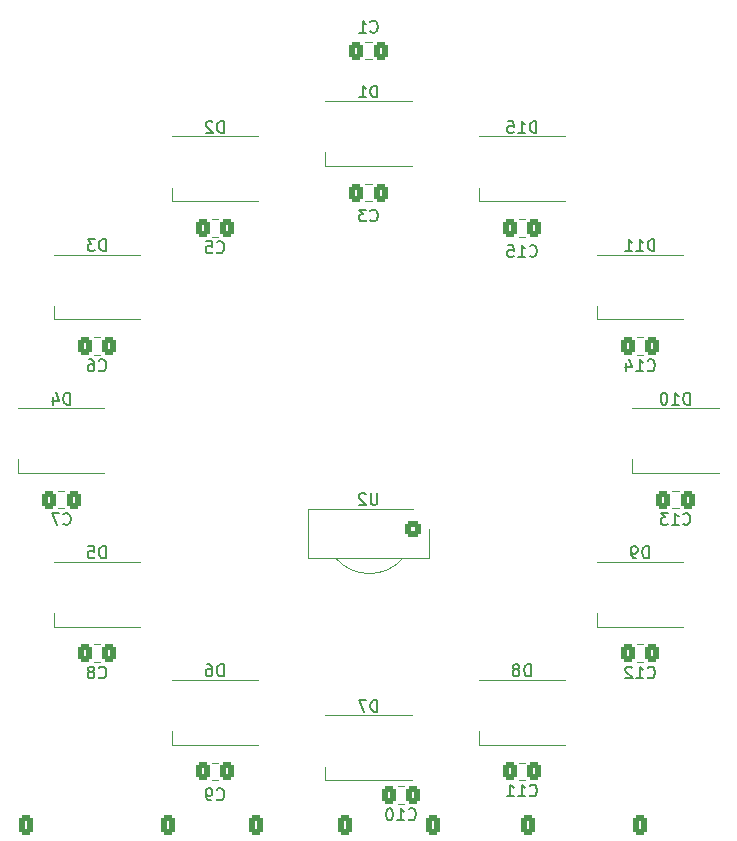
<source format=gbo>
G04 #@! TF.GenerationSoftware,KiCad,Pcbnew,(6.0.5)*
G04 #@! TF.CreationDate,2022-09-29T16:52:04+02:00*
G04 #@! TF.ProjectId,target,74617267-6574-42e6-9b69-6361645f7063,rev?*
G04 #@! TF.SameCoordinates,Original*
G04 #@! TF.FileFunction,Legend,Bot*
G04 #@! TF.FilePolarity,Positive*
%FSLAX46Y46*%
G04 Gerber Fmt 4.6, Leading zero omitted, Abs format (unit mm)*
G04 Created by KiCad (PCBNEW (6.0.5)) date 2022-09-29 16:52:04*
%MOMM*%
%LPD*%
G01*
G04 APERTURE LIST*
G04 Aperture macros list*
%AMRoundRect*
0 Rectangle with rounded corners*
0 $1 Rounding radius*
0 $2 $3 $4 $5 $6 $7 $8 $9 X,Y pos of 4 corners*
0 Add a 4 corners polygon primitive as box body*
4,1,4,$2,$3,$4,$5,$6,$7,$8,$9,$2,$3,0*
0 Add four circle primitives for the rounded corners*
1,1,$1+$1,$2,$3*
1,1,$1+$1,$4,$5*
1,1,$1+$1,$6,$7*
1,1,$1+$1,$8,$9*
0 Add four rect primitives between the rounded corners*
20,1,$1+$1,$2,$3,$4,$5,0*
20,1,$1+$1,$4,$5,$6,$7,0*
20,1,$1+$1,$6,$7,$8,$9,0*
20,1,$1+$1,$8,$9,$2,$3,0*%
G04 Aperture macros list end*
%ADD10C,0.150000*%
%ADD11C,0.120000*%
%ADD12C,6.000000*%
%ADD13RoundRect,0.250000X-0.350000X-0.625000X0.350000X-0.625000X0.350000X0.625000X-0.350000X0.625000X0*%
%ADD14O,1.200000X1.750000*%
%ADD15O,0.950000X1.250000*%
%ADD16O,1.550000X0.890000*%
%ADD17R,1.700000X1.700000*%
%ADD18O,1.700000X1.700000*%
%ADD19RoundRect,0.250000X-0.337500X-0.475000X0.337500X-0.475000X0.337500X0.475000X-0.337500X0.475000X0*%
%ADD20R,1.500000X1.000000*%
%ADD21RoundRect,0.249200X0.450800X0.450800X-0.450800X0.450800X-0.450800X-0.450800X0.450800X-0.450800X0*%
%ADD22C,1.400000*%
G04 APERTURE END LIST*
D10*
X199166666Y-110037142D02*
X199214285Y-110084761D01*
X199357142Y-110132380D01*
X199452380Y-110132380D01*
X199595238Y-110084761D01*
X199690476Y-109989523D01*
X199738095Y-109894285D01*
X199785714Y-109703809D01*
X199785714Y-109560952D01*
X199738095Y-109370476D01*
X199690476Y-109275238D01*
X199595238Y-109180000D01*
X199452380Y-109132380D01*
X199357142Y-109132380D01*
X199214285Y-109180000D01*
X199166666Y-109227619D01*
X198595238Y-109560952D02*
X198690476Y-109513333D01*
X198738095Y-109465714D01*
X198785714Y-109370476D01*
X198785714Y-109322857D01*
X198738095Y-109227619D01*
X198690476Y-109180000D01*
X198595238Y-109132380D01*
X198404761Y-109132380D01*
X198309523Y-109180000D01*
X198261904Y-109227619D01*
X198214285Y-109322857D01*
X198214285Y-109370476D01*
X198261904Y-109465714D01*
X198309523Y-109513333D01*
X198404761Y-109560952D01*
X198595238Y-109560952D01*
X198690476Y-109608571D01*
X198738095Y-109656190D01*
X198785714Y-109751428D01*
X198785714Y-109941904D01*
X198738095Y-110037142D01*
X198690476Y-110084761D01*
X198595238Y-110132380D01*
X198404761Y-110132380D01*
X198309523Y-110084761D01*
X198261904Y-110037142D01*
X198214285Y-109941904D01*
X198214285Y-109751428D01*
X198261904Y-109656190D01*
X198309523Y-109608571D01*
X198404761Y-109560952D01*
X196738095Y-86952380D02*
X196738095Y-85952380D01*
X196500000Y-85952380D01*
X196357142Y-86000000D01*
X196261904Y-86095238D01*
X196214285Y-86190476D01*
X196166666Y-86380952D01*
X196166666Y-86523809D01*
X196214285Y-86714285D01*
X196261904Y-86809523D01*
X196357142Y-86904761D01*
X196500000Y-86952380D01*
X196738095Y-86952380D01*
X195309523Y-86285714D02*
X195309523Y-86952380D01*
X195547619Y-85904761D02*
X195785714Y-86619047D01*
X195166666Y-86619047D01*
X209166666Y-120357142D02*
X209214285Y-120404761D01*
X209357142Y-120452380D01*
X209452380Y-120452380D01*
X209595238Y-120404761D01*
X209690476Y-120309523D01*
X209738095Y-120214285D01*
X209785714Y-120023809D01*
X209785714Y-119880952D01*
X209738095Y-119690476D01*
X209690476Y-119595238D01*
X209595238Y-119500000D01*
X209452380Y-119452380D01*
X209357142Y-119452380D01*
X209214285Y-119500000D01*
X209166666Y-119547619D01*
X208690476Y-120452380D02*
X208500000Y-120452380D01*
X208404761Y-120404761D01*
X208357142Y-120357142D01*
X208261904Y-120214285D01*
X208214285Y-120023809D01*
X208214285Y-119642857D01*
X208261904Y-119547619D01*
X208309523Y-119500000D01*
X208404761Y-119452380D01*
X208595238Y-119452380D01*
X208690476Y-119500000D01*
X208738095Y-119547619D01*
X208785714Y-119642857D01*
X208785714Y-119880952D01*
X208738095Y-119976190D01*
X208690476Y-120023809D01*
X208595238Y-120071428D01*
X208404761Y-120071428D01*
X208309523Y-120023809D01*
X208261904Y-119976190D01*
X208214285Y-119880952D01*
X245642857Y-84037142D02*
X245690476Y-84084761D01*
X245833333Y-84132380D01*
X245928571Y-84132380D01*
X246071428Y-84084761D01*
X246166666Y-83989523D01*
X246214285Y-83894285D01*
X246261904Y-83703809D01*
X246261904Y-83560952D01*
X246214285Y-83370476D01*
X246166666Y-83275238D01*
X246071428Y-83180000D01*
X245928571Y-83132380D01*
X245833333Y-83132380D01*
X245690476Y-83180000D01*
X245642857Y-83227619D01*
X244690476Y-84132380D02*
X245261904Y-84132380D01*
X244976190Y-84132380D02*
X244976190Y-83132380D01*
X245071428Y-83275238D01*
X245166666Y-83370476D01*
X245261904Y-83418095D01*
X243833333Y-83465714D02*
X243833333Y-84132380D01*
X244071428Y-83084761D02*
X244309523Y-83799047D01*
X243690476Y-83799047D01*
X222738095Y-60952380D02*
X222738095Y-59952380D01*
X222500000Y-59952380D01*
X222357142Y-60000000D01*
X222261904Y-60095238D01*
X222214285Y-60190476D01*
X222166666Y-60380952D01*
X222166666Y-60523809D01*
X222214285Y-60714285D01*
X222261904Y-60809523D01*
X222357142Y-60904761D01*
X222500000Y-60952380D01*
X222738095Y-60952380D01*
X221214285Y-60952380D02*
X221785714Y-60952380D01*
X221500000Y-60952380D02*
X221500000Y-59952380D01*
X221595238Y-60095238D01*
X221690476Y-60190476D01*
X221785714Y-60238095D01*
X222166666Y-55357142D02*
X222214285Y-55404761D01*
X222357142Y-55452380D01*
X222452380Y-55452380D01*
X222595238Y-55404761D01*
X222690476Y-55309523D01*
X222738095Y-55214285D01*
X222785714Y-55023809D01*
X222785714Y-54880952D01*
X222738095Y-54690476D01*
X222690476Y-54595238D01*
X222595238Y-54500000D01*
X222452380Y-54452380D01*
X222357142Y-54452380D01*
X222214285Y-54500000D01*
X222166666Y-54547619D01*
X221214285Y-55452380D02*
X221785714Y-55452380D01*
X221500000Y-55452380D02*
X221500000Y-54452380D01*
X221595238Y-54595238D01*
X221690476Y-54690476D01*
X221785714Y-54738095D01*
X199738095Y-73952380D02*
X199738095Y-72952380D01*
X199500000Y-72952380D01*
X199357142Y-73000000D01*
X199261904Y-73095238D01*
X199214285Y-73190476D01*
X199166666Y-73380952D01*
X199166666Y-73523809D01*
X199214285Y-73714285D01*
X199261904Y-73809523D01*
X199357142Y-73904761D01*
X199500000Y-73952380D01*
X199738095Y-73952380D01*
X198833333Y-72952380D02*
X198214285Y-72952380D01*
X198547619Y-73333333D01*
X198404761Y-73333333D01*
X198309523Y-73380952D01*
X198261904Y-73428571D01*
X198214285Y-73523809D01*
X198214285Y-73761904D01*
X198261904Y-73857142D01*
X198309523Y-73904761D01*
X198404761Y-73952380D01*
X198690476Y-73952380D01*
X198785714Y-73904761D01*
X198833333Y-73857142D01*
X245738095Y-99952380D02*
X245738095Y-98952380D01*
X245500000Y-98952380D01*
X245357142Y-99000000D01*
X245261904Y-99095238D01*
X245214285Y-99190476D01*
X245166666Y-99380952D01*
X245166666Y-99523809D01*
X245214285Y-99714285D01*
X245261904Y-99809523D01*
X245357142Y-99904761D01*
X245500000Y-99952380D01*
X245738095Y-99952380D01*
X244690476Y-99952380D02*
X244500000Y-99952380D01*
X244404761Y-99904761D01*
X244357142Y-99857142D01*
X244261904Y-99714285D01*
X244214285Y-99523809D01*
X244214285Y-99142857D01*
X244261904Y-99047619D01*
X244309523Y-99000000D01*
X244404761Y-98952380D01*
X244595238Y-98952380D01*
X244690476Y-99000000D01*
X244738095Y-99047619D01*
X244785714Y-99142857D01*
X244785714Y-99380952D01*
X244738095Y-99476190D01*
X244690476Y-99523809D01*
X244595238Y-99571428D01*
X244404761Y-99571428D01*
X244309523Y-99523809D01*
X244261904Y-99476190D01*
X244214285Y-99380952D01*
X225392857Y-122037142D02*
X225440476Y-122084761D01*
X225583333Y-122132380D01*
X225678571Y-122132380D01*
X225821428Y-122084761D01*
X225916666Y-121989523D01*
X225964285Y-121894285D01*
X226011904Y-121703809D01*
X226011904Y-121560952D01*
X225964285Y-121370476D01*
X225916666Y-121275238D01*
X225821428Y-121180000D01*
X225678571Y-121132380D01*
X225583333Y-121132380D01*
X225440476Y-121180000D01*
X225392857Y-121227619D01*
X224440476Y-122132380D02*
X225011904Y-122132380D01*
X224726190Y-122132380D02*
X224726190Y-121132380D01*
X224821428Y-121275238D01*
X224916666Y-121370476D01*
X225011904Y-121418095D01*
X223821428Y-121132380D02*
X223726190Y-121132380D01*
X223630952Y-121180000D01*
X223583333Y-121227619D01*
X223535714Y-121322857D01*
X223488095Y-121513333D01*
X223488095Y-121751428D01*
X223535714Y-121941904D01*
X223583333Y-122037142D01*
X223630952Y-122084761D01*
X223726190Y-122132380D01*
X223821428Y-122132380D01*
X223916666Y-122084761D01*
X223964285Y-122037142D01*
X224011904Y-121941904D01*
X224059523Y-121751428D01*
X224059523Y-121513333D01*
X224011904Y-121322857D01*
X223964285Y-121227619D01*
X223916666Y-121180000D01*
X223821428Y-121132380D01*
X249214285Y-86952380D02*
X249214285Y-85952380D01*
X248976190Y-85952380D01*
X248833333Y-86000000D01*
X248738095Y-86095238D01*
X248690476Y-86190476D01*
X248642857Y-86380952D01*
X248642857Y-86523809D01*
X248690476Y-86714285D01*
X248738095Y-86809523D01*
X248833333Y-86904761D01*
X248976190Y-86952380D01*
X249214285Y-86952380D01*
X247690476Y-86952380D02*
X248261904Y-86952380D01*
X247976190Y-86952380D02*
X247976190Y-85952380D01*
X248071428Y-86095238D01*
X248166666Y-86190476D01*
X248261904Y-86238095D01*
X247071428Y-85952380D02*
X246976190Y-85952380D01*
X246880952Y-86000000D01*
X246833333Y-86047619D01*
X246785714Y-86142857D01*
X246738095Y-86333333D01*
X246738095Y-86571428D01*
X246785714Y-86761904D01*
X246833333Y-86857142D01*
X246880952Y-86904761D01*
X246976190Y-86952380D01*
X247071428Y-86952380D01*
X247166666Y-86904761D01*
X247214285Y-86857142D01*
X247261904Y-86761904D01*
X247309523Y-86571428D01*
X247309523Y-86333333D01*
X247261904Y-86142857D01*
X247214285Y-86047619D01*
X247166666Y-86000000D01*
X247071428Y-85952380D01*
X235738095Y-109952380D02*
X235738095Y-108952380D01*
X235500000Y-108952380D01*
X235357142Y-109000000D01*
X235261904Y-109095238D01*
X235214285Y-109190476D01*
X235166666Y-109380952D01*
X235166666Y-109523809D01*
X235214285Y-109714285D01*
X235261904Y-109809523D01*
X235357142Y-109904761D01*
X235500000Y-109952380D01*
X235738095Y-109952380D01*
X234595238Y-109380952D02*
X234690476Y-109333333D01*
X234738095Y-109285714D01*
X234785714Y-109190476D01*
X234785714Y-109142857D01*
X234738095Y-109047619D01*
X234690476Y-109000000D01*
X234595238Y-108952380D01*
X234404761Y-108952380D01*
X234309523Y-109000000D01*
X234261904Y-109047619D01*
X234214285Y-109142857D01*
X234214285Y-109190476D01*
X234261904Y-109285714D01*
X234309523Y-109333333D01*
X234404761Y-109380952D01*
X234595238Y-109380952D01*
X234690476Y-109428571D01*
X234738095Y-109476190D01*
X234785714Y-109571428D01*
X234785714Y-109761904D01*
X234738095Y-109857142D01*
X234690476Y-109904761D01*
X234595238Y-109952380D01*
X234404761Y-109952380D01*
X234309523Y-109904761D01*
X234261904Y-109857142D01*
X234214285Y-109761904D01*
X234214285Y-109571428D01*
X234261904Y-109476190D01*
X234309523Y-109428571D01*
X234404761Y-109380952D01*
X209738095Y-109952380D02*
X209738095Y-108952380D01*
X209500000Y-108952380D01*
X209357142Y-109000000D01*
X209261904Y-109095238D01*
X209214285Y-109190476D01*
X209166666Y-109380952D01*
X209166666Y-109523809D01*
X209214285Y-109714285D01*
X209261904Y-109809523D01*
X209357142Y-109904761D01*
X209500000Y-109952380D01*
X209738095Y-109952380D01*
X208309523Y-108952380D02*
X208500000Y-108952380D01*
X208595238Y-109000000D01*
X208642857Y-109047619D01*
X208738095Y-109190476D01*
X208785714Y-109380952D01*
X208785714Y-109761904D01*
X208738095Y-109857142D01*
X208690476Y-109904761D01*
X208595238Y-109952380D01*
X208404761Y-109952380D01*
X208309523Y-109904761D01*
X208261904Y-109857142D01*
X208214285Y-109761904D01*
X208214285Y-109523809D01*
X208261904Y-109428571D01*
X208309523Y-109380952D01*
X208404761Y-109333333D01*
X208595238Y-109333333D01*
X208690476Y-109380952D01*
X208738095Y-109428571D01*
X208785714Y-109523809D01*
X209166666Y-74037142D02*
X209214285Y-74084761D01*
X209357142Y-74132380D01*
X209452380Y-74132380D01*
X209595238Y-74084761D01*
X209690476Y-73989523D01*
X209738095Y-73894285D01*
X209785714Y-73703809D01*
X209785714Y-73560952D01*
X209738095Y-73370476D01*
X209690476Y-73275238D01*
X209595238Y-73180000D01*
X209452380Y-73132380D01*
X209357142Y-73132380D01*
X209214285Y-73180000D01*
X209166666Y-73227619D01*
X208261904Y-73132380D02*
X208738095Y-73132380D01*
X208785714Y-73608571D01*
X208738095Y-73560952D01*
X208642857Y-73513333D01*
X208404761Y-73513333D01*
X208309523Y-73560952D01*
X208261904Y-73608571D01*
X208214285Y-73703809D01*
X208214285Y-73941904D01*
X208261904Y-74037142D01*
X208309523Y-74084761D01*
X208404761Y-74132380D01*
X208642857Y-74132380D01*
X208738095Y-74084761D01*
X208785714Y-74037142D01*
X222761904Y-94437380D02*
X222761904Y-95246904D01*
X222714285Y-95342142D01*
X222666666Y-95389761D01*
X222571428Y-95437380D01*
X222380952Y-95437380D01*
X222285714Y-95389761D01*
X222238095Y-95342142D01*
X222190476Y-95246904D01*
X222190476Y-94437380D01*
X221761904Y-94532619D02*
X221714285Y-94485000D01*
X221619047Y-94437380D01*
X221380952Y-94437380D01*
X221285714Y-94485000D01*
X221238095Y-94532619D01*
X221190476Y-94627857D01*
X221190476Y-94723095D01*
X221238095Y-94865952D01*
X221809523Y-95437380D01*
X221190476Y-95437380D01*
X235642857Y-74357142D02*
X235690476Y-74404761D01*
X235833333Y-74452380D01*
X235928571Y-74452380D01*
X236071428Y-74404761D01*
X236166666Y-74309523D01*
X236214285Y-74214285D01*
X236261904Y-74023809D01*
X236261904Y-73880952D01*
X236214285Y-73690476D01*
X236166666Y-73595238D01*
X236071428Y-73500000D01*
X235928571Y-73452380D01*
X235833333Y-73452380D01*
X235690476Y-73500000D01*
X235642857Y-73547619D01*
X234690476Y-74452380D02*
X235261904Y-74452380D01*
X234976190Y-74452380D02*
X234976190Y-73452380D01*
X235071428Y-73595238D01*
X235166666Y-73690476D01*
X235261904Y-73738095D01*
X233785714Y-73452380D02*
X234261904Y-73452380D01*
X234309523Y-73928571D01*
X234261904Y-73880952D01*
X234166666Y-73833333D01*
X233928571Y-73833333D01*
X233833333Y-73880952D01*
X233785714Y-73928571D01*
X233738095Y-74023809D01*
X233738095Y-74261904D01*
X233785714Y-74357142D01*
X233833333Y-74404761D01*
X233928571Y-74452380D01*
X234166666Y-74452380D01*
X234261904Y-74404761D01*
X234309523Y-74357142D01*
X199166666Y-84037142D02*
X199214285Y-84084761D01*
X199357142Y-84132380D01*
X199452380Y-84132380D01*
X199595238Y-84084761D01*
X199690476Y-83989523D01*
X199738095Y-83894285D01*
X199785714Y-83703809D01*
X199785714Y-83560952D01*
X199738095Y-83370476D01*
X199690476Y-83275238D01*
X199595238Y-83180000D01*
X199452380Y-83132380D01*
X199357142Y-83132380D01*
X199214285Y-83180000D01*
X199166666Y-83227619D01*
X198309523Y-83132380D02*
X198500000Y-83132380D01*
X198595238Y-83180000D01*
X198642857Y-83227619D01*
X198738095Y-83370476D01*
X198785714Y-83560952D01*
X198785714Y-83941904D01*
X198738095Y-84037142D01*
X198690476Y-84084761D01*
X198595238Y-84132380D01*
X198404761Y-84132380D01*
X198309523Y-84084761D01*
X198261904Y-84037142D01*
X198214285Y-83941904D01*
X198214285Y-83703809D01*
X198261904Y-83608571D01*
X198309523Y-83560952D01*
X198404761Y-83513333D01*
X198595238Y-83513333D01*
X198690476Y-83560952D01*
X198738095Y-83608571D01*
X198785714Y-83703809D01*
X196166666Y-97037142D02*
X196214285Y-97084761D01*
X196357142Y-97132380D01*
X196452380Y-97132380D01*
X196595238Y-97084761D01*
X196690476Y-96989523D01*
X196738095Y-96894285D01*
X196785714Y-96703809D01*
X196785714Y-96560952D01*
X196738095Y-96370476D01*
X196690476Y-96275238D01*
X196595238Y-96180000D01*
X196452380Y-96132380D01*
X196357142Y-96132380D01*
X196214285Y-96180000D01*
X196166666Y-96227619D01*
X195833333Y-96132380D02*
X195166666Y-96132380D01*
X195595238Y-97132380D01*
X235642857Y-120037142D02*
X235690476Y-120084761D01*
X235833333Y-120132380D01*
X235928571Y-120132380D01*
X236071428Y-120084761D01*
X236166666Y-119989523D01*
X236214285Y-119894285D01*
X236261904Y-119703809D01*
X236261904Y-119560952D01*
X236214285Y-119370476D01*
X236166666Y-119275238D01*
X236071428Y-119180000D01*
X235928571Y-119132380D01*
X235833333Y-119132380D01*
X235690476Y-119180000D01*
X235642857Y-119227619D01*
X234690476Y-120132380D02*
X235261904Y-120132380D01*
X234976190Y-120132380D02*
X234976190Y-119132380D01*
X235071428Y-119275238D01*
X235166666Y-119370476D01*
X235261904Y-119418095D01*
X233738095Y-120132380D02*
X234309523Y-120132380D01*
X234023809Y-120132380D02*
X234023809Y-119132380D01*
X234119047Y-119275238D01*
X234214285Y-119370476D01*
X234309523Y-119418095D01*
X248642857Y-97037142D02*
X248690476Y-97084761D01*
X248833333Y-97132380D01*
X248928571Y-97132380D01*
X249071428Y-97084761D01*
X249166666Y-96989523D01*
X249214285Y-96894285D01*
X249261904Y-96703809D01*
X249261904Y-96560952D01*
X249214285Y-96370476D01*
X249166666Y-96275238D01*
X249071428Y-96180000D01*
X248928571Y-96132380D01*
X248833333Y-96132380D01*
X248690476Y-96180000D01*
X248642857Y-96227619D01*
X247690476Y-97132380D02*
X248261904Y-97132380D01*
X247976190Y-97132380D02*
X247976190Y-96132380D01*
X248071428Y-96275238D01*
X248166666Y-96370476D01*
X248261904Y-96418095D01*
X247357142Y-96132380D02*
X246738095Y-96132380D01*
X247071428Y-96513333D01*
X246928571Y-96513333D01*
X246833333Y-96560952D01*
X246785714Y-96608571D01*
X246738095Y-96703809D01*
X246738095Y-96941904D01*
X246785714Y-97037142D01*
X246833333Y-97084761D01*
X246928571Y-97132380D01*
X247214285Y-97132380D01*
X247309523Y-97084761D01*
X247357142Y-97037142D01*
X209738095Y-63952380D02*
X209738095Y-62952380D01*
X209500000Y-62952380D01*
X209357142Y-63000000D01*
X209261904Y-63095238D01*
X209214285Y-63190476D01*
X209166666Y-63380952D01*
X209166666Y-63523809D01*
X209214285Y-63714285D01*
X209261904Y-63809523D01*
X209357142Y-63904761D01*
X209500000Y-63952380D01*
X209738095Y-63952380D01*
X208785714Y-63047619D02*
X208738095Y-63000000D01*
X208642857Y-62952380D01*
X208404761Y-62952380D01*
X208309523Y-63000000D01*
X208261904Y-63047619D01*
X208214285Y-63142857D01*
X208214285Y-63238095D01*
X208261904Y-63380952D01*
X208833333Y-63952380D01*
X208214285Y-63952380D01*
X246214285Y-73952380D02*
X246214285Y-72952380D01*
X245976190Y-72952380D01*
X245833333Y-73000000D01*
X245738095Y-73095238D01*
X245690476Y-73190476D01*
X245642857Y-73380952D01*
X245642857Y-73523809D01*
X245690476Y-73714285D01*
X245738095Y-73809523D01*
X245833333Y-73904761D01*
X245976190Y-73952380D01*
X246214285Y-73952380D01*
X244690476Y-73952380D02*
X245261904Y-73952380D01*
X244976190Y-73952380D02*
X244976190Y-72952380D01*
X245071428Y-73095238D01*
X245166666Y-73190476D01*
X245261904Y-73238095D01*
X243738095Y-73952380D02*
X244309523Y-73952380D01*
X244023809Y-73952380D02*
X244023809Y-72952380D01*
X244119047Y-73095238D01*
X244214285Y-73190476D01*
X244309523Y-73238095D01*
X222738095Y-112952380D02*
X222738095Y-111952380D01*
X222500000Y-111952380D01*
X222357142Y-112000000D01*
X222261904Y-112095238D01*
X222214285Y-112190476D01*
X222166666Y-112380952D01*
X222166666Y-112523809D01*
X222214285Y-112714285D01*
X222261904Y-112809523D01*
X222357142Y-112904761D01*
X222500000Y-112952380D01*
X222738095Y-112952380D01*
X221833333Y-111952380D02*
X221166666Y-111952380D01*
X221595238Y-112952380D01*
X222166666Y-71357142D02*
X222214285Y-71404761D01*
X222357142Y-71452380D01*
X222452380Y-71452380D01*
X222595238Y-71404761D01*
X222690476Y-71309523D01*
X222738095Y-71214285D01*
X222785714Y-71023809D01*
X222785714Y-70880952D01*
X222738095Y-70690476D01*
X222690476Y-70595238D01*
X222595238Y-70500000D01*
X222452380Y-70452380D01*
X222357142Y-70452380D01*
X222214285Y-70500000D01*
X222166666Y-70547619D01*
X221833333Y-70452380D02*
X221214285Y-70452380D01*
X221547619Y-70833333D01*
X221404761Y-70833333D01*
X221309523Y-70880952D01*
X221261904Y-70928571D01*
X221214285Y-71023809D01*
X221214285Y-71261904D01*
X221261904Y-71357142D01*
X221309523Y-71404761D01*
X221404761Y-71452380D01*
X221690476Y-71452380D01*
X221785714Y-71404761D01*
X221833333Y-71357142D01*
X245642857Y-110037142D02*
X245690476Y-110084761D01*
X245833333Y-110132380D01*
X245928571Y-110132380D01*
X246071428Y-110084761D01*
X246166666Y-109989523D01*
X246214285Y-109894285D01*
X246261904Y-109703809D01*
X246261904Y-109560952D01*
X246214285Y-109370476D01*
X246166666Y-109275238D01*
X246071428Y-109180000D01*
X245928571Y-109132380D01*
X245833333Y-109132380D01*
X245690476Y-109180000D01*
X245642857Y-109227619D01*
X244690476Y-110132380D02*
X245261904Y-110132380D01*
X244976190Y-110132380D02*
X244976190Y-109132380D01*
X245071428Y-109275238D01*
X245166666Y-109370476D01*
X245261904Y-109418095D01*
X244309523Y-109227619D02*
X244261904Y-109180000D01*
X244166666Y-109132380D01*
X243928571Y-109132380D01*
X243833333Y-109180000D01*
X243785714Y-109227619D01*
X243738095Y-109322857D01*
X243738095Y-109418095D01*
X243785714Y-109560952D01*
X244357142Y-110132380D01*
X243738095Y-110132380D01*
X199738095Y-99952380D02*
X199738095Y-98952380D01*
X199500000Y-98952380D01*
X199357142Y-99000000D01*
X199261904Y-99095238D01*
X199214285Y-99190476D01*
X199166666Y-99380952D01*
X199166666Y-99523809D01*
X199214285Y-99714285D01*
X199261904Y-99809523D01*
X199357142Y-99904761D01*
X199500000Y-99952380D01*
X199738095Y-99952380D01*
X198261904Y-98952380D02*
X198738095Y-98952380D01*
X198785714Y-99428571D01*
X198738095Y-99380952D01*
X198642857Y-99333333D01*
X198404761Y-99333333D01*
X198309523Y-99380952D01*
X198261904Y-99428571D01*
X198214285Y-99523809D01*
X198214285Y-99761904D01*
X198261904Y-99857142D01*
X198309523Y-99904761D01*
X198404761Y-99952380D01*
X198642857Y-99952380D01*
X198738095Y-99904761D01*
X198785714Y-99857142D01*
X236214285Y-63952380D02*
X236214285Y-62952380D01*
X235976190Y-62952380D01*
X235833333Y-63000000D01*
X235738095Y-63095238D01*
X235690476Y-63190476D01*
X235642857Y-63380952D01*
X235642857Y-63523809D01*
X235690476Y-63714285D01*
X235738095Y-63809523D01*
X235833333Y-63904761D01*
X235976190Y-63952380D01*
X236214285Y-63952380D01*
X234690476Y-63952380D02*
X235261904Y-63952380D01*
X234976190Y-63952380D02*
X234976190Y-62952380D01*
X235071428Y-63095238D01*
X235166666Y-63190476D01*
X235261904Y-63238095D01*
X233785714Y-62952380D02*
X234261904Y-62952380D01*
X234309523Y-63428571D01*
X234261904Y-63380952D01*
X234166666Y-63333333D01*
X233928571Y-63333333D01*
X233833333Y-63380952D01*
X233785714Y-63428571D01*
X233738095Y-63523809D01*
X233738095Y-63761904D01*
X233785714Y-63857142D01*
X233833333Y-63904761D01*
X233928571Y-63952380D01*
X234166666Y-63952380D01*
X234261904Y-63904761D01*
X234309523Y-63857142D01*
D11*
X198738748Y-108735000D02*
X199261252Y-108735000D01*
X198738748Y-107265000D02*
X199261252Y-107265000D01*
X199650000Y-87250000D02*
X192350000Y-87250000D01*
X199650000Y-92750000D02*
X192350000Y-92750000D01*
X192350000Y-92750000D02*
X192350000Y-91600000D01*
X208738748Y-117265000D02*
X209261252Y-117265000D01*
X208738748Y-118735000D02*
X209261252Y-118735000D01*
X244738748Y-82735000D02*
X245261252Y-82735000D01*
X244738748Y-81265000D02*
X245261252Y-81265000D01*
X218350000Y-66750000D02*
X218350000Y-65600000D01*
X225650000Y-66750000D02*
X218350000Y-66750000D01*
X225650000Y-61250000D02*
X218350000Y-61250000D01*
X221738748Y-56265000D02*
X222261252Y-56265000D01*
X221738748Y-57735000D02*
X222261252Y-57735000D01*
X202650000Y-79750000D02*
X195350000Y-79750000D01*
X195350000Y-79750000D02*
X195350000Y-78600000D01*
X202650000Y-74250000D02*
X195350000Y-74250000D01*
X248650000Y-100250000D02*
X241350000Y-100250000D01*
X241350000Y-105750000D02*
X241350000Y-104600000D01*
X248650000Y-105750000D02*
X241350000Y-105750000D01*
X224488748Y-119265000D02*
X225011252Y-119265000D01*
X224488748Y-120735000D02*
X225011252Y-120735000D01*
X244350000Y-92750000D02*
X244350000Y-91600000D01*
X251650000Y-92750000D02*
X244350000Y-92750000D01*
X251650000Y-87250000D02*
X244350000Y-87250000D01*
X238650000Y-115750000D02*
X231350000Y-115750000D01*
X231350000Y-115750000D02*
X231350000Y-114600000D01*
X238650000Y-110250000D02*
X231350000Y-110250000D01*
X205350000Y-115750000D02*
X205350000Y-114600000D01*
X212650000Y-110250000D02*
X205350000Y-110250000D01*
X212650000Y-115750000D02*
X205350000Y-115750000D01*
X208738748Y-72735000D02*
X209261252Y-72735000D01*
X208738748Y-71265000D02*
X209261252Y-71265000D01*
X227100000Y-97485000D02*
X227100000Y-99985000D01*
X216900000Y-95785000D02*
X225800000Y-95785000D01*
X219300000Y-99985000D02*
X216900000Y-99985000D01*
X224900000Y-99985000D02*
X219200000Y-99985000D01*
X216900000Y-99985000D02*
X216900000Y-95785000D01*
X227100000Y-99985000D02*
X224900000Y-99985000D01*
X219250000Y-99985000D02*
G75*
G03*
X224906256Y-99989232I2830000J2500000D01*
G01*
X234738748Y-72735000D02*
X235261252Y-72735000D01*
X234738748Y-71265000D02*
X235261252Y-71265000D01*
X198738748Y-81265000D02*
X199261252Y-81265000D01*
X198738748Y-82735000D02*
X199261252Y-82735000D01*
X195738748Y-95735000D02*
X196261252Y-95735000D01*
X195738748Y-94265000D02*
X196261252Y-94265000D01*
X234738748Y-118735000D02*
X235261252Y-118735000D01*
X234738748Y-117265000D02*
X235261252Y-117265000D01*
X247738748Y-95735000D02*
X248261252Y-95735000D01*
X247738748Y-94265000D02*
X248261252Y-94265000D01*
X212650000Y-69750000D02*
X205350000Y-69750000D01*
X205350000Y-69750000D02*
X205350000Y-68600000D01*
X212650000Y-64250000D02*
X205350000Y-64250000D01*
X248650000Y-79750000D02*
X241350000Y-79750000D01*
X248650000Y-74250000D02*
X241350000Y-74250000D01*
X241350000Y-79750000D02*
X241350000Y-78600000D01*
X225650000Y-113250000D02*
X218350000Y-113250000D01*
X218350000Y-118750000D02*
X218350000Y-117600000D01*
X225650000Y-118750000D02*
X218350000Y-118750000D01*
X221738748Y-69735000D02*
X222261252Y-69735000D01*
X221738748Y-68265000D02*
X222261252Y-68265000D01*
X244738748Y-107265000D02*
X245261252Y-107265000D01*
X244738748Y-108735000D02*
X245261252Y-108735000D01*
X202650000Y-100250000D02*
X195350000Y-100250000D01*
X195350000Y-105750000D02*
X195350000Y-104600000D01*
X202650000Y-105750000D02*
X195350000Y-105750000D01*
X238650000Y-64250000D02*
X231350000Y-64250000D01*
X231350000Y-69750000D02*
X231350000Y-68600000D01*
X238650000Y-69750000D02*
X231350000Y-69750000D01*
%LPC*%
D12*
X186000000Y-54000000D03*
X258000000Y-126000000D03*
D13*
X235500000Y-122550000D03*
D14*
X237500000Y-122550000D03*
X239500000Y-122550000D03*
D13*
X227500000Y-122550000D03*
D14*
X229500000Y-122550000D03*
D13*
X220000000Y-122550000D03*
D14*
X222000000Y-122550000D03*
D13*
X193000000Y-122550000D03*
D14*
X195000000Y-122550000D03*
X197000000Y-122550000D03*
X199000000Y-122550000D03*
D13*
X245000000Y-122550000D03*
D14*
X247000000Y-122550000D03*
X249000000Y-122550000D03*
X251000000Y-122550000D03*
D12*
X186000000Y-126000000D03*
X258000000Y-54000000D03*
D15*
X256664000Y-113244000D03*
D16*
X259364000Y-114244000D03*
D15*
X256664000Y-108244000D03*
D16*
X259364000Y-107244000D03*
D13*
X212500000Y-122550000D03*
D14*
X214500000Y-122550000D03*
D13*
X205000000Y-122550000D03*
D14*
X207000000Y-122550000D03*
D17*
X204719000Y-77719000D03*
D18*
X207259000Y-77719000D03*
X204719000Y-80259000D03*
X207259000Y-80259000D03*
X204719000Y-82799000D03*
X207259000Y-82799000D03*
X204719000Y-85339000D03*
X207259000Y-85339000D03*
X204719000Y-87879000D03*
X207259000Y-87879000D03*
X204719000Y-90419000D03*
X207259000Y-90419000D03*
X204719000Y-92959000D03*
X207259000Y-92959000D03*
X204719000Y-95499000D03*
X207259000Y-95499000D03*
X204719000Y-98039000D03*
X207259000Y-98039000D03*
X204719000Y-100579000D03*
X207259000Y-100579000D03*
X204719000Y-103119000D03*
X207259000Y-103119000D03*
X204719000Y-105659000D03*
X207259000Y-105659000D03*
D19*
X197962500Y-108000000D03*
X200037500Y-108000000D03*
D20*
X193550000Y-91600000D03*
X193550000Y-88400000D03*
X198450000Y-88400000D03*
X198450000Y-91600000D03*
D19*
X207962500Y-118000000D03*
X210037500Y-118000000D03*
X243962500Y-82000000D03*
X246037500Y-82000000D03*
D20*
X219550000Y-65600000D03*
X219550000Y-62400000D03*
X224450000Y-62400000D03*
X224450000Y-65600000D03*
D19*
X220962500Y-57000000D03*
X223037500Y-57000000D03*
D20*
X196550000Y-78600000D03*
X196550000Y-75400000D03*
X201450000Y-75400000D03*
X201450000Y-78600000D03*
X242550000Y-104600000D03*
X242550000Y-101400000D03*
X247450000Y-101400000D03*
X247450000Y-104600000D03*
D19*
X223712500Y-120000000D03*
X225787500Y-120000000D03*
D20*
X245550000Y-91600000D03*
X245550000Y-88400000D03*
X250450000Y-88400000D03*
X250450000Y-91600000D03*
X232550000Y-114600000D03*
X232550000Y-111400000D03*
X237450000Y-111400000D03*
X237450000Y-114600000D03*
X206550000Y-114600000D03*
X206550000Y-111400000D03*
X211450000Y-111400000D03*
X211450000Y-114600000D03*
D19*
X207962500Y-72000000D03*
X210037500Y-72000000D03*
D21*
X225800000Y-97485000D03*
D22*
X223260000Y-97485000D03*
X218180000Y-97485000D03*
D19*
X233962500Y-72000000D03*
X236037500Y-72000000D03*
X197962500Y-82000000D03*
X200037500Y-82000000D03*
X194962500Y-95000000D03*
X197037500Y-95000000D03*
X233962500Y-118000000D03*
X236037500Y-118000000D03*
X246962500Y-95000000D03*
X249037500Y-95000000D03*
D20*
X206550000Y-68600000D03*
X206550000Y-65400000D03*
X211450000Y-65400000D03*
X211450000Y-68600000D03*
X242550000Y-78600000D03*
X242550000Y-75400000D03*
X247450000Y-75400000D03*
X247450000Y-78600000D03*
X219550000Y-117600000D03*
X219550000Y-114400000D03*
X224450000Y-114400000D03*
X224450000Y-117600000D03*
D19*
X220962500Y-69000000D03*
X223037500Y-69000000D03*
X243962500Y-108000000D03*
X246037500Y-108000000D03*
D20*
X196550000Y-104600000D03*
X196550000Y-101400000D03*
X201450000Y-101400000D03*
X201450000Y-104600000D03*
X232550000Y-68600000D03*
X232550000Y-65400000D03*
X237450000Y-65400000D03*
X237450000Y-68600000D03*
M02*

</source>
